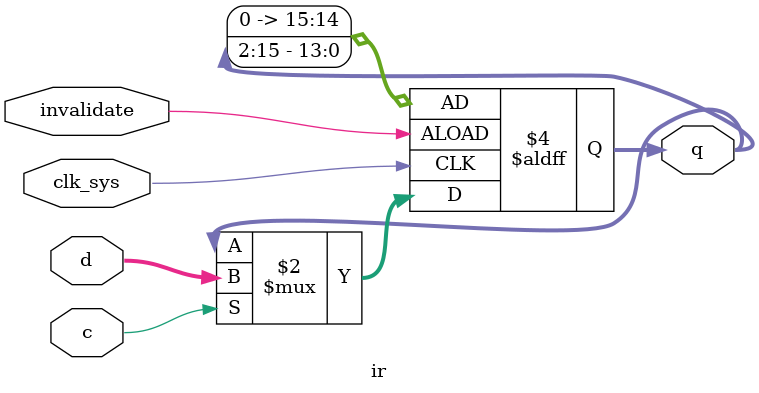
<source format=v>


module ir(
	input clk_sys,
	input [0:15] d,
	input c,
	input invalidate,
	output reg [0:15] q
);

	// NOTE: in the original design, -SI1 drives open-collector buffers which
	// short ir[0:1] 7475 outputs to ground, causing reset of the two most significant bits of IR.
	// This is a way of 'disabling' instruction decoder so it doesn't send -LIP/-SP
	// signals to interrupt control loop when serving 'invalid instruction' interrupt caused
	// by LIP/SP instructions executed in user program. Here we just reset two bits in IR.

	always @ (posedge clk_sys, posedge invalidate) begin
		if (invalidate) q[0:1] <= 2'd0;
		else if (c) q <= d;
	end

endmodule

// vim: tabstop=2 shiftwidth=2 autoindent noexpandtab

</source>
